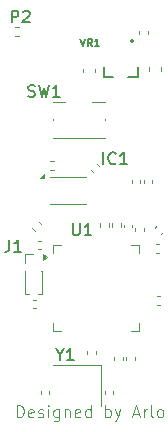
<source format=gbr>
%TF.GenerationSoftware,KiCad,Pcbnew,9.0.6*%
%TF.CreationDate,2025-12-04T22:18:03-08:00*%
%TF.ProjectId,Dev Board,44657620-426f-4617-9264-2e6b69636164,rev?*%
%TF.SameCoordinates,Original*%
%TF.FileFunction,Legend,Top*%
%TF.FilePolarity,Positive*%
%FSLAX46Y46*%
G04 Gerber Fmt 4.6, Leading zero omitted, Abs format (unit mm)*
G04 Created by KiCad (PCBNEW 9.0.6) date 2025-12-04 22:18:03*
%MOMM*%
%LPD*%
G01*
G04 APERTURE LIST*
%ADD10C,0.100000*%
%ADD11C,0.150000*%
%ADD12C,0.120000*%
%ADD13C,0.127000*%
%ADD14C,0.200000*%
G04 APERTURE END LIST*
D10*
X131503884Y-137772419D02*
X131503884Y-136772419D01*
X131503884Y-136772419D02*
X131741979Y-136772419D01*
X131741979Y-136772419D02*
X131884836Y-136820038D01*
X131884836Y-136820038D02*
X131980074Y-136915276D01*
X131980074Y-136915276D02*
X132027693Y-137010514D01*
X132027693Y-137010514D02*
X132075312Y-137200990D01*
X132075312Y-137200990D02*
X132075312Y-137343847D01*
X132075312Y-137343847D02*
X132027693Y-137534323D01*
X132027693Y-137534323D02*
X131980074Y-137629561D01*
X131980074Y-137629561D02*
X131884836Y-137724800D01*
X131884836Y-137724800D02*
X131741979Y-137772419D01*
X131741979Y-137772419D02*
X131503884Y-137772419D01*
X132884836Y-137724800D02*
X132789598Y-137772419D01*
X132789598Y-137772419D02*
X132599122Y-137772419D01*
X132599122Y-137772419D02*
X132503884Y-137724800D01*
X132503884Y-137724800D02*
X132456265Y-137629561D01*
X132456265Y-137629561D02*
X132456265Y-137248609D01*
X132456265Y-137248609D02*
X132503884Y-137153371D01*
X132503884Y-137153371D02*
X132599122Y-137105752D01*
X132599122Y-137105752D02*
X132789598Y-137105752D01*
X132789598Y-137105752D02*
X132884836Y-137153371D01*
X132884836Y-137153371D02*
X132932455Y-137248609D01*
X132932455Y-137248609D02*
X132932455Y-137343847D01*
X132932455Y-137343847D02*
X132456265Y-137439085D01*
X133313408Y-137724800D02*
X133408646Y-137772419D01*
X133408646Y-137772419D02*
X133599122Y-137772419D01*
X133599122Y-137772419D02*
X133694360Y-137724800D01*
X133694360Y-137724800D02*
X133741979Y-137629561D01*
X133741979Y-137629561D02*
X133741979Y-137581942D01*
X133741979Y-137581942D02*
X133694360Y-137486704D01*
X133694360Y-137486704D02*
X133599122Y-137439085D01*
X133599122Y-137439085D02*
X133456265Y-137439085D01*
X133456265Y-137439085D02*
X133361027Y-137391466D01*
X133361027Y-137391466D02*
X133313408Y-137296228D01*
X133313408Y-137296228D02*
X133313408Y-137248609D01*
X133313408Y-137248609D02*
X133361027Y-137153371D01*
X133361027Y-137153371D02*
X133456265Y-137105752D01*
X133456265Y-137105752D02*
X133599122Y-137105752D01*
X133599122Y-137105752D02*
X133694360Y-137153371D01*
X134170551Y-137772419D02*
X134170551Y-137105752D01*
X134170551Y-136772419D02*
X134122932Y-136820038D01*
X134122932Y-136820038D02*
X134170551Y-136867657D01*
X134170551Y-136867657D02*
X134218170Y-136820038D01*
X134218170Y-136820038D02*
X134170551Y-136772419D01*
X134170551Y-136772419D02*
X134170551Y-136867657D01*
X135075312Y-137105752D02*
X135075312Y-137915276D01*
X135075312Y-137915276D02*
X135027693Y-138010514D01*
X135027693Y-138010514D02*
X134980074Y-138058133D01*
X134980074Y-138058133D02*
X134884836Y-138105752D01*
X134884836Y-138105752D02*
X134741979Y-138105752D01*
X134741979Y-138105752D02*
X134646741Y-138058133D01*
X135075312Y-137724800D02*
X134980074Y-137772419D01*
X134980074Y-137772419D02*
X134789598Y-137772419D01*
X134789598Y-137772419D02*
X134694360Y-137724800D01*
X134694360Y-137724800D02*
X134646741Y-137677180D01*
X134646741Y-137677180D02*
X134599122Y-137581942D01*
X134599122Y-137581942D02*
X134599122Y-137296228D01*
X134599122Y-137296228D02*
X134646741Y-137200990D01*
X134646741Y-137200990D02*
X134694360Y-137153371D01*
X134694360Y-137153371D02*
X134789598Y-137105752D01*
X134789598Y-137105752D02*
X134980074Y-137105752D01*
X134980074Y-137105752D02*
X135075312Y-137153371D01*
X135551503Y-137105752D02*
X135551503Y-137772419D01*
X135551503Y-137200990D02*
X135599122Y-137153371D01*
X135599122Y-137153371D02*
X135694360Y-137105752D01*
X135694360Y-137105752D02*
X135837217Y-137105752D01*
X135837217Y-137105752D02*
X135932455Y-137153371D01*
X135932455Y-137153371D02*
X135980074Y-137248609D01*
X135980074Y-137248609D02*
X135980074Y-137772419D01*
X136837217Y-137724800D02*
X136741979Y-137772419D01*
X136741979Y-137772419D02*
X136551503Y-137772419D01*
X136551503Y-137772419D02*
X136456265Y-137724800D01*
X136456265Y-137724800D02*
X136408646Y-137629561D01*
X136408646Y-137629561D02*
X136408646Y-137248609D01*
X136408646Y-137248609D02*
X136456265Y-137153371D01*
X136456265Y-137153371D02*
X136551503Y-137105752D01*
X136551503Y-137105752D02*
X136741979Y-137105752D01*
X136741979Y-137105752D02*
X136837217Y-137153371D01*
X136837217Y-137153371D02*
X136884836Y-137248609D01*
X136884836Y-137248609D02*
X136884836Y-137343847D01*
X136884836Y-137343847D02*
X136408646Y-137439085D01*
X137741979Y-137772419D02*
X137741979Y-136772419D01*
X137741979Y-137724800D02*
X137646741Y-137772419D01*
X137646741Y-137772419D02*
X137456265Y-137772419D01*
X137456265Y-137772419D02*
X137361027Y-137724800D01*
X137361027Y-137724800D02*
X137313408Y-137677180D01*
X137313408Y-137677180D02*
X137265789Y-137581942D01*
X137265789Y-137581942D02*
X137265789Y-137296228D01*
X137265789Y-137296228D02*
X137313408Y-137200990D01*
X137313408Y-137200990D02*
X137361027Y-137153371D01*
X137361027Y-137153371D02*
X137456265Y-137105752D01*
X137456265Y-137105752D02*
X137646741Y-137105752D01*
X137646741Y-137105752D02*
X137741979Y-137153371D01*
X138980075Y-137772419D02*
X138980075Y-136772419D01*
X138980075Y-137153371D02*
X139075313Y-137105752D01*
X139075313Y-137105752D02*
X139265789Y-137105752D01*
X139265789Y-137105752D02*
X139361027Y-137153371D01*
X139361027Y-137153371D02*
X139408646Y-137200990D01*
X139408646Y-137200990D02*
X139456265Y-137296228D01*
X139456265Y-137296228D02*
X139456265Y-137581942D01*
X139456265Y-137581942D02*
X139408646Y-137677180D01*
X139408646Y-137677180D02*
X139361027Y-137724800D01*
X139361027Y-137724800D02*
X139265789Y-137772419D01*
X139265789Y-137772419D02*
X139075313Y-137772419D01*
X139075313Y-137772419D02*
X138980075Y-137724800D01*
X139789599Y-137105752D02*
X140027694Y-137772419D01*
X140265789Y-137105752D02*
X140027694Y-137772419D01*
X140027694Y-137772419D02*
X139932456Y-138010514D01*
X139932456Y-138010514D02*
X139884837Y-138058133D01*
X139884837Y-138058133D02*
X139789599Y-138105752D01*
X141361028Y-137486704D02*
X141837218Y-137486704D01*
X141265790Y-137772419D02*
X141599123Y-136772419D01*
X141599123Y-136772419D02*
X141932456Y-137772419D01*
X142265790Y-137772419D02*
X142265790Y-137105752D01*
X142265790Y-137296228D02*
X142313409Y-137200990D01*
X142313409Y-137200990D02*
X142361028Y-137153371D01*
X142361028Y-137153371D02*
X142456266Y-137105752D01*
X142456266Y-137105752D02*
X142551504Y-137105752D01*
X143027695Y-137772419D02*
X142932457Y-137724800D01*
X142932457Y-137724800D02*
X142884838Y-137629561D01*
X142884838Y-137629561D02*
X142884838Y-136772419D01*
X143551505Y-137772419D02*
X143456267Y-137724800D01*
X143456267Y-137724800D02*
X143408648Y-137677180D01*
X143408648Y-137677180D02*
X143361029Y-137581942D01*
X143361029Y-137581942D02*
X143361029Y-137296228D01*
X143361029Y-137296228D02*
X143408648Y-137200990D01*
X143408648Y-137200990D02*
X143456267Y-137153371D01*
X143456267Y-137153371D02*
X143551505Y-137105752D01*
X143551505Y-137105752D02*
X143694362Y-137105752D01*
X143694362Y-137105752D02*
X143789600Y-137153371D01*
X143789600Y-137153371D02*
X143837219Y-137200990D01*
X143837219Y-137200990D02*
X143884838Y-137296228D01*
X143884838Y-137296228D02*
X143884838Y-137581942D01*
X143884838Y-137581942D02*
X143837219Y-137677180D01*
X143837219Y-137677180D02*
X143789600Y-137724800D01*
X143789600Y-137724800D02*
X143694362Y-137772419D01*
X143694362Y-137772419D02*
X143551505Y-137772419D01*
D11*
X131061905Y-104354819D02*
X131061905Y-103354819D01*
X131061905Y-103354819D02*
X131442857Y-103354819D01*
X131442857Y-103354819D02*
X131538095Y-103402438D01*
X131538095Y-103402438D02*
X131585714Y-103450057D01*
X131585714Y-103450057D02*
X131633333Y-103545295D01*
X131633333Y-103545295D02*
X131633333Y-103688152D01*
X131633333Y-103688152D02*
X131585714Y-103783390D01*
X131585714Y-103783390D02*
X131538095Y-103831009D01*
X131538095Y-103831009D02*
X131442857Y-103878628D01*
X131442857Y-103878628D02*
X131061905Y-103878628D01*
X132014286Y-103450057D02*
X132061905Y-103402438D01*
X132061905Y-103402438D02*
X132157143Y-103354819D01*
X132157143Y-103354819D02*
X132395238Y-103354819D01*
X132395238Y-103354819D02*
X132490476Y-103402438D01*
X132490476Y-103402438D02*
X132538095Y-103450057D01*
X132538095Y-103450057D02*
X132585714Y-103545295D01*
X132585714Y-103545295D02*
X132585714Y-103640533D01*
X132585714Y-103640533D02*
X132538095Y-103783390D01*
X132538095Y-103783390D02*
X131966667Y-104354819D01*
X131966667Y-104354819D02*
X132585714Y-104354819D01*
X138823810Y-116354819D02*
X138823810Y-115354819D01*
X139871428Y-116259580D02*
X139823809Y-116307200D01*
X139823809Y-116307200D02*
X139680952Y-116354819D01*
X139680952Y-116354819D02*
X139585714Y-116354819D01*
X139585714Y-116354819D02*
X139442857Y-116307200D01*
X139442857Y-116307200D02*
X139347619Y-116211961D01*
X139347619Y-116211961D02*
X139300000Y-116116723D01*
X139300000Y-116116723D02*
X139252381Y-115926247D01*
X139252381Y-115926247D02*
X139252381Y-115783390D01*
X139252381Y-115783390D02*
X139300000Y-115592914D01*
X139300000Y-115592914D02*
X139347619Y-115497676D01*
X139347619Y-115497676D02*
X139442857Y-115402438D01*
X139442857Y-115402438D02*
X139585714Y-115354819D01*
X139585714Y-115354819D02*
X139680952Y-115354819D01*
X139680952Y-115354819D02*
X139823809Y-115402438D01*
X139823809Y-115402438D02*
X139871428Y-115450057D01*
X140823809Y-116354819D02*
X140252381Y-116354819D01*
X140538095Y-116354819D02*
X140538095Y-115354819D01*
X140538095Y-115354819D02*
X140442857Y-115497676D01*
X140442857Y-115497676D02*
X140347619Y-115592914D01*
X140347619Y-115592914D02*
X140252381Y-115640533D01*
X136861905Y-105748276D02*
X137075238Y-106388276D01*
X137075238Y-106388276D02*
X137288572Y-105748276D01*
X137867619Y-106388276D02*
X137654285Y-106083514D01*
X137501904Y-106388276D02*
X137501904Y-105748276D01*
X137501904Y-105748276D02*
X137745714Y-105748276D01*
X137745714Y-105748276D02*
X137806666Y-105778752D01*
X137806666Y-105778752D02*
X137837143Y-105809228D01*
X137837143Y-105809228D02*
X137867619Y-105870180D01*
X137867619Y-105870180D02*
X137867619Y-105961609D01*
X137867619Y-105961609D02*
X137837143Y-106022561D01*
X137837143Y-106022561D02*
X137806666Y-106053038D01*
X137806666Y-106053038D02*
X137745714Y-106083514D01*
X137745714Y-106083514D02*
X137501904Y-106083514D01*
X138477143Y-106388276D02*
X138111428Y-106388276D01*
X138294285Y-106388276D02*
X138294285Y-105748276D01*
X138294285Y-105748276D02*
X138233333Y-105839704D01*
X138233333Y-105839704D02*
X138172381Y-105900657D01*
X138172381Y-105900657D02*
X138111428Y-105931133D01*
X132466667Y-110607200D02*
X132609524Y-110654819D01*
X132609524Y-110654819D02*
X132847619Y-110654819D01*
X132847619Y-110654819D02*
X132942857Y-110607200D01*
X132942857Y-110607200D02*
X132990476Y-110559580D01*
X132990476Y-110559580D02*
X133038095Y-110464342D01*
X133038095Y-110464342D02*
X133038095Y-110369104D01*
X133038095Y-110369104D02*
X132990476Y-110273866D01*
X132990476Y-110273866D02*
X132942857Y-110226247D01*
X132942857Y-110226247D02*
X132847619Y-110178628D01*
X132847619Y-110178628D02*
X132657143Y-110131009D01*
X132657143Y-110131009D02*
X132561905Y-110083390D01*
X132561905Y-110083390D02*
X132514286Y-110035771D01*
X132514286Y-110035771D02*
X132466667Y-109940533D01*
X132466667Y-109940533D02*
X132466667Y-109845295D01*
X132466667Y-109845295D02*
X132514286Y-109750057D01*
X132514286Y-109750057D02*
X132561905Y-109702438D01*
X132561905Y-109702438D02*
X132657143Y-109654819D01*
X132657143Y-109654819D02*
X132895238Y-109654819D01*
X132895238Y-109654819D02*
X133038095Y-109702438D01*
X133371429Y-109654819D02*
X133609524Y-110654819D01*
X133609524Y-110654819D02*
X133800000Y-109940533D01*
X133800000Y-109940533D02*
X133990476Y-110654819D01*
X133990476Y-110654819D02*
X134228572Y-109654819D01*
X135133333Y-110654819D02*
X134561905Y-110654819D01*
X134847619Y-110654819D02*
X134847619Y-109654819D01*
X134847619Y-109654819D02*
X134752381Y-109797676D01*
X134752381Y-109797676D02*
X134657143Y-109892914D01*
X134657143Y-109892914D02*
X134561905Y-109940533D01*
X130866666Y-122754819D02*
X130866666Y-123469104D01*
X130866666Y-123469104D02*
X130819047Y-123611961D01*
X130819047Y-123611961D02*
X130723809Y-123707200D01*
X130723809Y-123707200D02*
X130580952Y-123754819D01*
X130580952Y-123754819D02*
X130485714Y-123754819D01*
X131866666Y-123754819D02*
X131295238Y-123754819D01*
X131580952Y-123754819D02*
X131580952Y-122754819D01*
X131580952Y-122754819D02*
X131485714Y-122897676D01*
X131485714Y-122897676D02*
X131390476Y-122992914D01*
X131390476Y-122992914D02*
X131295238Y-123040533D01*
X135123809Y-132478628D02*
X135123809Y-132954819D01*
X134790476Y-131954819D02*
X135123809Y-132478628D01*
X135123809Y-132478628D02*
X135457142Y-131954819D01*
X136314285Y-132954819D02*
X135742857Y-132954819D01*
X136028571Y-132954819D02*
X136028571Y-131954819D01*
X136028571Y-131954819D02*
X135933333Y-132097676D01*
X135933333Y-132097676D02*
X135838095Y-132192914D01*
X135838095Y-132192914D02*
X135742857Y-132240533D01*
X136238095Y-121354819D02*
X136238095Y-122164342D01*
X136238095Y-122164342D02*
X136285714Y-122259580D01*
X136285714Y-122259580D02*
X136333333Y-122307200D01*
X136333333Y-122307200D02*
X136428571Y-122354819D01*
X136428571Y-122354819D02*
X136619047Y-122354819D01*
X136619047Y-122354819D02*
X136714285Y-122307200D01*
X136714285Y-122307200D02*
X136761904Y-122259580D01*
X136761904Y-122259580D02*
X136809523Y-122164342D01*
X136809523Y-122164342D02*
X136809523Y-121354819D01*
X137809523Y-122354819D02*
X137238095Y-122354819D01*
X137523809Y-122354819D02*
X137523809Y-121354819D01*
X137523809Y-121354819D02*
X137428571Y-121497676D01*
X137428571Y-121497676D02*
X137333333Y-121592914D01*
X137333333Y-121592914D02*
X137238095Y-121640533D01*
D12*
%TO.C,C10*%
X140740000Y-132692164D02*
X140740000Y-132907836D01*
X141460000Y-132692164D02*
X141460000Y-132907836D01*
%TO.C,IC1*%
X133775000Y-117500000D02*
X133495000Y-117500000D01*
X133775000Y-117220000D01*
X133775000Y-117500000D01*
G36*
X133775000Y-117500000D02*
G01*
X133495000Y-117500000D01*
X133775000Y-117220000D01*
X133775000Y-117500000D01*
G37*
X134325000Y-119685000D02*
X137325000Y-119685000D01*
X134325000Y-117415000D02*
X137325000Y-117415000D01*
D13*
%TO.C,VR1*%
X141730000Y-108165000D02*
X141730000Y-108940000D01*
X141730000Y-108940000D02*
X140930000Y-108940000D01*
X138870000Y-108940000D02*
X139670000Y-108940000D01*
X138870000Y-108940000D02*
X138870000Y-108165000D01*
D14*
X141350000Y-105935000D02*
G75*
G02*
X141150000Y-105935000I-100000J0D01*
G01*
X141150000Y-105935000D02*
G75*
G02*
X141350000Y-105935000I100000J0D01*
G01*
D12*
%TO.C,SW1*%
X134550000Y-112650000D02*
X134550000Y-112550000D01*
X134550000Y-114150000D02*
X138950000Y-114150000D01*
X135600000Y-111050000D02*
X134550000Y-111050000D01*
X138950000Y-111050000D02*
X137900000Y-111050000D01*
X138950000Y-112650000D02*
X138950000Y-112550000D01*
%TO.C,J1*%
X132155000Y-123965000D02*
X132900000Y-123965001D01*
X132154999Y-124700000D02*
X132155000Y-123965000D01*
X132155000Y-125435000D02*
X132155000Y-127310000D01*
X132155000Y-125435000D02*
X132214435Y-125435000D01*
X132155000Y-127310000D02*
X132489970Y-127310000D01*
X133310030Y-127310000D02*
X133645000Y-127310000D01*
X133585565Y-125435000D02*
X133645000Y-125435000D01*
X133645000Y-125435000D02*
X133645000Y-127310000D01*
%TO.C,Y1*%
X138660000Y-136810000D02*
X138660000Y-133390000D01*
X138660000Y-133390000D02*
X134540000Y-133390000D01*
%TO.C,U1*%
X134590000Y-123227500D02*
X135240000Y-123227500D01*
X134590000Y-123877500D02*
X134590000Y-123227500D01*
X134590000Y-130447500D02*
X134590000Y-129797500D01*
X135240000Y-130447500D02*
X134590000Y-130447500D01*
X141160000Y-123227500D02*
X141810000Y-123227500D01*
X141810000Y-123227500D02*
X141810000Y-123877500D01*
X141810000Y-129797500D02*
X141810000Y-130447500D01*
X141810000Y-130447500D02*
X141160000Y-130447500D01*
X134060000Y-124237500D02*
X133730000Y-124477500D01*
X133730000Y-123997500D01*
X134060000Y-124237500D01*
G36*
X134060000Y-124237500D02*
G01*
X133730000Y-124477500D01*
X133730000Y-123997500D01*
X134060000Y-124237500D01*
G37*
%TO.C,R7*%
X133039940Y-121977341D02*
X132822659Y-121760060D01*
X133577341Y-121439940D02*
X133360060Y-121222659D01*
%TO.C,R6*%
X134346359Y-116120000D02*
X134653641Y-116120000D01*
X134346359Y-116880000D02*
X134653641Y-116880000D01*
%TO.C,R5*%
X137420000Y-132453641D02*
X137420000Y-132146359D01*
X138180000Y-132453641D02*
X138180000Y-132146359D01*
%TO.C,R4*%
X140280000Y-121346359D02*
X140280000Y-121653641D01*
X139520000Y-121346359D02*
X139520000Y-121653641D01*
%TO.C,R3*%
X139280000Y-121346359D02*
X139280000Y-121653641D01*
X138520000Y-121346359D02*
X138520000Y-121653641D01*
%TO.C,R2*%
X142580000Y-105046359D02*
X142580000Y-105353641D01*
X141820000Y-105046359D02*
X141820000Y-105353641D01*
%TO.C,R1*%
X131653641Y-105480000D02*
X131346359Y-105480000D01*
X131653641Y-104720000D02*
X131346359Y-104720000D01*
%TO.C,C16*%
X139660000Y-135592164D02*
X139660000Y-135807836D01*
X138940000Y-135592164D02*
X138940000Y-135807836D01*
%TO.C,C15*%
X133540000Y-135807836D02*
X133540000Y-135592164D01*
X134260000Y-135807836D02*
X134260000Y-135592164D01*
%TO.C,C14*%
X137090000Y-108546267D02*
X137090000Y-108253733D01*
X138110000Y-108546267D02*
X138110000Y-108253733D01*
%TO.C,C13*%
X142690000Y-108446267D02*
X142690000Y-108153733D01*
X143710000Y-108446267D02*
X143710000Y-108153733D01*
%TO.C,C12*%
X137921693Y-117030810D02*
X137769190Y-116878307D01*
X138430810Y-116521693D02*
X138278307Y-116369190D01*
%TO.C,C11*%
X140540000Y-121707836D02*
X140540000Y-121492164D01*
X141260000Y-121707836D02*
X141260000Y-121492164D01*
%TO.C,C9*%
X141540000Y-122007836D02*
X141540000Y-121792164D01*
X142260000Y-122007836D02*
X142260000Y-121792164D01*
%TO.C,C8*%
X133507836Y-123560000D02*
X133292164Y-123560000D01*
X133507836Y-122840000D02*
X133292164Y-122840000D01*
%TO.C,C7*%
X141240000Y-117907836D02*
X141240000Y-117692164D01*
X141960000Y-117907836D02*
X141960000Y-117692164D01*
%TO.C,C6*%
X143169190Y-121721693D02*
X143321693Y-121569190D01*
X143678307Y-122230810D02*
X143830810Y-122078307D01*
%TO.C,C5*%
X140460000Y-132692164D02*
X140460000Y-132907836D01*
X139740000Y-132692164D02*
X139740000Y-132907836D01*
%TO.C,C4*%
X133107836Y-128560000D02*
X132892164Y-128560000D01*
X133107836Y-127840000D02*
X132892164Y-127840000D01*
%TO.C,C3*%
X143392164Y-127540000D02*
X143607836Y-127540000D01*
X143392164Y-128260000D02*
X143607836Y-128260000D01*
%TO.C,C2*%
X143292164Y-123140000D02*
X143507836Y-123140000D01*
X143292164Y-123860000D02*
X143507836Y-123860000D01*
%TO.C,C1*%
X142240000Y-117907836D02*
X142240000Y-117692164D01*
X142960000Y-117907836D02*
X142960000Y-117692164D01*
%TD*%
M02*

</source>
